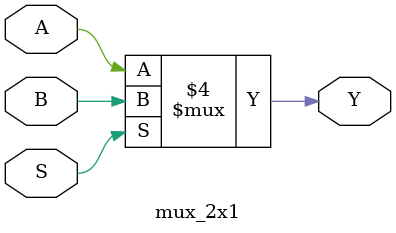
<source format=v>
module mux_2x1 (
    input A,
    input B,
    input S,
    output reg Y
);

    always @(*) begin
        if (S == 0) Y = A;
        else Y = B;
    end
    
endmodule
</source>
